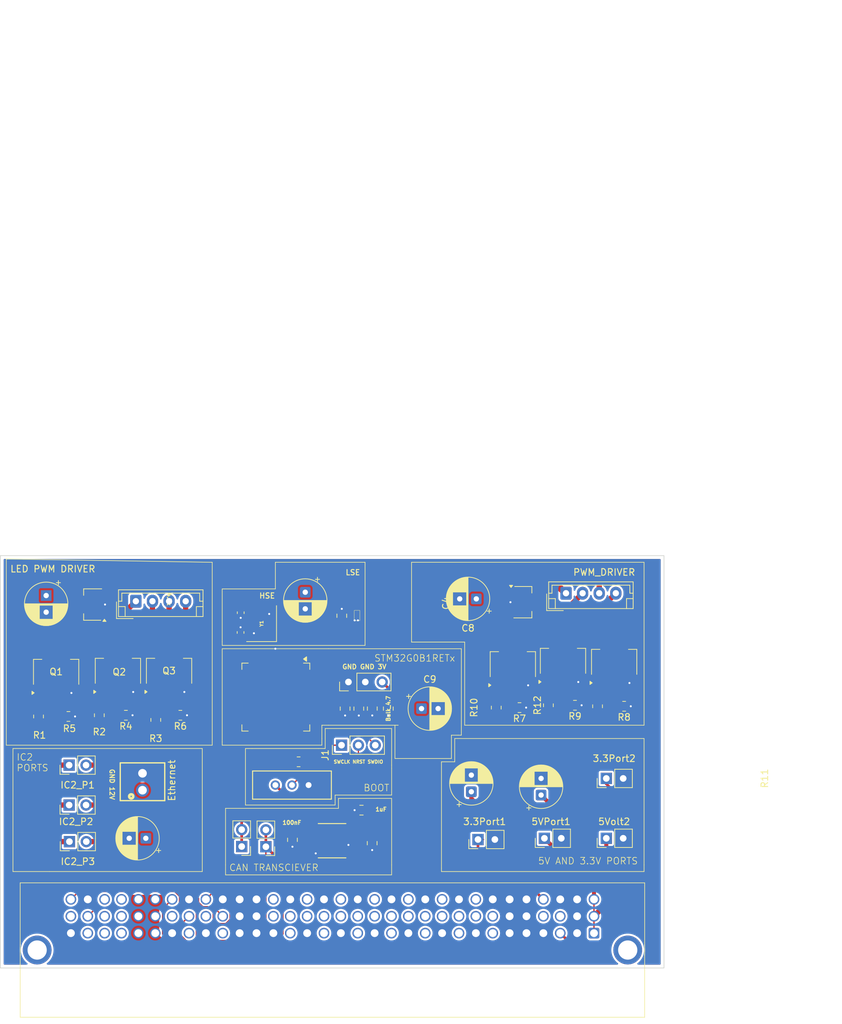
<source format=kicad_pcb>
(kicad_pcb (version 20241229) (generator "pcbnew") (generator_version "9.0")
  (layers (0 "F.Cu" signal) (2 "B.Cu" signal) (13 "F.Paste" user) (15 "B.Paste" user) (5 "F.SilkS" user "F.Silkscreen") (7 "B.SilkS" user "B.Silkscreen") (1 "F.Mask" user) (3 "B.Mask" user) (25 "Edge.Cuts" user))
  (net 0 "")
  (net 1 "GND")
  (net 3 "RCC_OSC_IN")
  (net 4 "RCC_OSC_OUT")
  (net 5 "RCC_OSC32_IN")
  (net 6 "RCC_OSC32_OUT")
  (net 16 "SCL_IN")
  (net 21 "USART1-")
  (net 31 "USART1+")
  (net 37 "SDA_IN")
  (net 40 "VBAT")
  (net 41 "3.3v")
  (net 42 "5V")
  (net 43 "/NRST")
  (net 44 "/SWDIO")
  (net 45 "/SWCLK")
  (net 47 "IC2_JETSON-")
  (net 57 "IC2_JETSON+")
  (net 60 "FDCAN_RX")
  (net 63 "PWM_1_Audio")
  (net 69 "PWM_2_Audio")
  (net 86 "FDCAN_TX")
  (net 87 "PWM_3_Audio")
  (net 93 "Net-(LED_Connection1-Pin_1)")
  (net 96 "CAN+")
  (net 97 "CAN-")
  (net 104 "Net-(J8-Pin_2)")
  (net 106 "Net-(LED_Connection1-Pin_2)")
  (net 107 "Net-(LED_Connection1-Pin_3)")
  (net 108 "Net-(LED_Connection1-Pin_4)")
  (net 109 "Net-(Q1-G)")
  (net 110 "Net-(Q2-G)")
  (net 111 "Net-(Q3-G)")
  (net 112 "PWM_B_OUT")
  (net 113 "PWM_R_OUT")
  (net 114 "PWM_G_OUT")
  (net 116 "Net-(LED_Connection2-Pin_2)")
  (net 117 "Net-(LED_Connection2-Pin_1)")
  (net 118 "Net-(LED_Connection2-Pin_4)")
  (net 119 "Net-(LED_Connection2-Pin_3)")
  (net 120 "Net-(Q4-G)")
  (net 121 "Net-(Q5-G)")
  (net 122 "Net-(Q6-G)")
  (net 123 "12V")
  (footprint "Connector_PinHeader_2.54mm:PinHeader_1x02_P2.54mm_Vertical" (layer "F.Cu") (at 241.317621 91.5 90)
    (property "Reference" "5Volt2")
    (property "Value" "Conn_01x02" (hide yes))
  )
  (footprint "Connector_JST:JST_EH_B4B-EH-A_1x04_P2.50mm_Vertical" (layer "F.Cu") (at 170.5 55.85)
    (property "Reference" "LED_Connection1" (hide yes))
    (property "Value" "Conn_01x04" (hide yes))
  )
  (footprint "Connector_PinHeader_2.54mm:PinHeader_1x02_P2.54mm_Vertical" (layer "F.Cu") (at 186.4324 92.74 180)
    (property "Reference" "J5" (hide yes))
    (property "Value" "Conn_01x02" (hide yes))
  )
  (footprint "Capacitor_THT:CP_Radial_D6.3mm_P2.50mm" (layer "F.Cu") (at 221.75 55.5 180)
    (property "Reference" "C8")
    (property "Value" "100nf")
  )
  (footprint "Capacitor_SMD:C_0603_1608Metric" (layer "F.Cu") (at 186.2624 60.55 90)
    (property "Reference" "C2" (hide yes))
    (property "Value" "10pF")
  )
  (footprint "Connector_PinHeader_2.54mm:PinHeader_1x02_P2.54mm_Vertical" (layer "F.Cu") (at 222 91.68238 90)
    (property "Reference" "3.3Port1")
    (property "Value" "Conn_01x02" (hide yes))
  )
  (footprint "Capacitor_SMD:C_0805_2012Metric_Pad1.18x1.45mm_HandSolder" (layer "F.Cu") (at 201.5 58.0375 -90)
    (property "Reference" "C6" (hide yes))
    (property "Value" "100nF" (hide yes))
  )
  (footprint "custom_components:SOIC8_4P9X3P9MC_MCH" (layer "F.Cu") (at 200.0362 91.865 180)
    (property "Reference" "U6" (hide yes))
    (property "Value" "ATA6561-GAQW-N")
  )
  (footprint "Package_TO_SOT_SMD:SOT-223-3_TabPin2" (layer "F.Cu") (at 242.5 65 90)
    (property "Reference" "Q5" (hide yes))
    (property "Value" "NDT3055L" (hide yes))
  )
  (footprint "Package_TO_SOT_SMD:SOT-223-3_TabPin2" (layer "F.Cu") (at 158.5 66.5 90)
    (property "Reference" "Q1")
    (property "Value" "NDT3055L" (hide yes))
  )
  (footprint "Capacitor_SMD:C_0805_2012Metric_Pad1.18x1.45mm_HandSolder" (layer "F.Cu") (at 206.089589 71.995 -90)
    (property "Reference" "C5" (hide yes))
    (property "Value" "100nF" (hide yes))
  )
  (footprint "Resistor_SMD:R_0805_2012Metric_Pad1.20x1.40mm_HandSolder" (layer "F.Cu") (at 155.85 73.182379 90)
    (property "Reference" "R1")
    (property "Value" "220" (hide yes))
  )
  (footprint "Capacitor_SMD:C_0805_2012Metric_Pad1.18x1.45mm_HandSolder" (layer "F.Cu") (at 204.059589 72.005 -90)
    (property "Reference" "C7" (hide yes))
    (property "Value" "100nF" (hide yes))
  )
  (footprint "Connector_PinHeader_2.54mm:PinHeader_1x02_P2.54mm_Vertical" (layer "F.Cu") (at 160.46 80.5 90)
    (property "Reference" "IC2_P1")
    (property "Value" "Conn_01x02" (hide yes))
  )
  (footprint "Connector_PinHeader_2.54mm:PinHeader_1x02_P2.54mm_Vertical" (layer "F.Cu") (at 232 91.5 90)
    (property "Reference" "5VPort1")
    (property "Value" "Conn_01x02" (hide yes))
  )
  (footprint "Connector_PinHeader_2.54mm:PinHeader_1x02_P2.54mm_Vertical" (layer "F.Cu") (at 160.5 92 90)
    (property "Reference" "IC2_P3")
    (property "Value" "Conn_01x02" (hide yes))
  )
  (footprint "Capacitor_THT:CP_Radial_D6.3mm_P2.50mm" (layer "F.Cu") (at 221 84.5 90)
    (property "Reference" "C12" (hide yes))
    (property "Value" "1 µF")
  )
  (footprint "Resistor_SMD:R_0805_2012Metric_Pad1.20x1.40mm_HandSolder" (layer "F.Cu") (at 228.25 71.85 180)
    (property "Reference" "R7")
    (property "Value" "10k")
  )
  (footprint "Resistor_SMD:R_0805_2012Metric_Pad1.20x1.40mm_HandSolder" (layer "F.Cu") (at 173.5 73.7 90)
    (property "Reference" "R3")
    (property "Value" "220" (hide yes))
  )
  (footprint "Connector_PinHeader_2.54mm:PinHeader_1x02_P2.54mm_Vertical" (layer "F.Cu") (at 160.46 86.5 90)
    (property "Reference" "IC2_P2")
    (property "Value" "Conn_01x02" (hide yes))
  )
  (footprint "Package_TO_SOT_SMD:SOT-223-3_TabPin2" (layer "F.Cu") (at 167.8 66.35 90)
    (property "Reference" "Q2")
    (property "Value" "NDT3055L" (hide yes))
  )
  (footprint "custom_components:slide_switch_EGER1218_Thruster" (layer "F.Cu") (at 191.5 83.5 90)
    (property "Reference" "J8" (hide yes))
    (property "Value" "Conn_01x03" (hide yes))
  )
  (footprint "Capacitor_SMD:C_0805_2012Metric_Pad1.18x1.45mm_HandSolder" (layer "F.Cu") (at 206.0724 92.2325 -90)
    (property "Reference" "Bulk_22" (hide yes))
    (property "Value" "22uF" (hide yes))
  )
  (footprint "Resistor_SMD:R_0805_2012Metric_Pad1.20x1.40mm_HandSolder" (layer "F.Cu") (at 195 80)
    (property "Reference" "BOOT_R1" (hide yes))
    (property "Value" "10k")
  )
  (footprint "Capacitor_THT:CP_Radial_D6.3mm_P2.50mm" (layer "F.Cu") (at 172 91.5 180)
    (property "Reference" "C10" (hide yes))
    (property "Value" "100 µF")
  )
  (footprint "Package_QFP:LQFP-64_10x10mm_P0.5mm" (layer "F.Cu") (at 191.5724 70.27 -90)
    (property "Reference" "U5" (hide yes))
    (property "Value" "STM32G0B1RETx" (hide yes))
  )
  (footprint "Resistor_SMD:R_0805_2012Metric_Pad1.20x1.40mm_HandSolder" (layer "F.Cu") (at 244 71.65 180)
    (property "Reference" "R8")
    (property "Value" "10k")
  )
  (footprint "Connector_PinHeader_2.54mm:PinHeader_1x02_P2.54mm_Vertical" (layer "F.Cu") (at 241.317621 82.5 90)
    (property "Reference" "3.3Port2")
    (property "Value" "Conn_01x02" (hide yes))
  )
  (footprint "Custom:6509475" (layer "F.Cu") (at 239.462617 105.762442)
    (property "Reference" "J2" (hide yes))
    (property "Value" "Conn_01x02" (hide yes))
  )
  (footprint "Package_TO_SOT_SMD:SOT-89-3" (layer "F.Cu") (at 164 56.35 180)
    (property "Reference" "LED_DRIVER1" (hide yes))
    (property "Value" "HV9923N8-G" (hide yes))
  )
  (footprint "Resistor_SMD:R_0805_2012Metric_Pad1.20x1.40mm_HandSolder" (layer "F.Cu") (at 160.35 73.182379 180)
    (property "Reference" "R5")
    (property "Value" "10k" (hide yes))
  )
  (footprint "Connector_PinHeader_2.54mm:PinHeader_1x03_P2.54mm_Vertical" (layer "F.Cu") (at 201.46 77.5 90)
    (property "Reference" "J1")
    (property "Value" "Conn_01x03_Pin" (hide yes))
  )
  (footprint "Connector_JST:JST_EH_B4B-EH-A_1x04_P2.50mm_Vertical" (layer "F.Cu") (at 235.25 54.65)
    (property "Reference" "LED_Connection2" (hide yes))
    (property "Value" "Conn_01x04" (hide yes))
  )
  (footprint "Crystal:Crystal_SMD_3225-4Pin_3.2x2.5mm_HandSoldering" (layer "F.Cu") (at 189.4224 59.22 90)
    (property "Reference" "Y1")
    (property "Value" "16Mhz")
  )
  (footprint "Capacitor_THT:CP_Radial_D6.3mm_P2.50mm" (layer "F.Cu") (at 157 55 -90)
    (property "Reference" "C1" (hide yes))
    (property "Value" "100nf")
  )
  (footprint "custom_components:SiT1552" (layer "F.Cu") (at 203.795 58 180)
    (property "Reference" "U1" (hide yes))
    (property "Value" "~")
  )
  (footprint "Resistor_SMD:R_0805_2012Metric_Pad1.20x1.40mm_HandSolder" (layer "F.Cu") (at 236.6 71.5 180)
    (property "Reference" "R9")
    (property "Value" "10k")
  )
  (footprint "Capacitor_SMD:C_0805_2012Metric_Pad1.18x1.45mm_HandSolder" (layer "F.Cu") (at 204.4625 87.27 180)
    (property "Reference" "T_Cd1" (hide yes))
    (property "Value" "100nF" (hide yes))
  )
  (footprint "Resistor_SMD:R_0805_2012Metric_Pad1.20x1.40mm_HandSolder" (layer "F.Cu") (at 169 73 180)
    (property "Reference" "R4")
    (property "Value" "10k")
  )
  (footprint "custom_components:screw_junc_254_2by1" (layer "F.Cu") (at 171.5 83 90)
    (property "Reference" "J7" (hide yes))
    (property "Value" "Screw_Terminal_01x02" (hide yes))
  )
  (footprint "Capacitor_SMD:C_0805_2012Metric_Pad1.18x1.45mm_HandSolder" (layer "F.Cu") (at 208.5 72 -90)
    (property "Reference" "Bulk_4.7")
    (property "Value" "4.7uF" (hide yes))
  )
  (footprint "Package_TO_SOT_SMD:SOT-223-3_TabPin2" (layer "F.Cu") (at 234.8 64.85 90)
    (property "Reference" "Q6" (hide yes))
    (property "Value" "NDT3055L" (hide yes))
  )
  (footprint "Package_TO_SOT_SMD:SOT-223-3_TabPin2" (layer "F.Cu") (at 227.25 65.35 90)
    (property "Reference" "Q4" (hide yes))
    (property "Value" "NDT3055L" (hide yes))
  )
  (footprint "Resistor_SMD:R_0805_2012Metric_Pad1.20x1.40mm_HandSolder" (layer "F.Cu") (at 232.6 71.5 90)
    (property "Reference" "R12")
    (property "Value" "220")
  )
  (footprint "Resistor_SMD:R_0805_2012Metric_Pad1.20x1.40mm_HandSolder" (layer "F.Cu") (at 224.75 71.85 90)
    (property "Reference" "R10")
    (property "Value" "220")
  )
  (footprint "Capacitor_SMD:C_0805_2012Metric_Pad1.18x1.45mm_HandSolder" (layer "F.Cu") (at 194.0724 91.7325 -90)
    (property "Reference" "T_Cd2" (hide yes))
    (property "Value" "100nF" (hide yes))
  )
  (footprint "Connector_PinHeader_2.54mm:PinHeader_1x02_P2.54mm_Vertical" (layer "F.Cu") (at 190.0724 92.77 180)
    (property "Reference" "J4" (hide yes))
    (property "Value" "Conn_01x02" (hide yes))
  )
  (footprint "Capacitor_THT:CP_Radial_D6.3mm_P2.50mm" (layer "F.Cu") (at 231.5 85 90)
    (property "Reference" "C11" (hide yes))
    (property "Value" "1 µF")
  )
  (footprint "Connector_PinHeader_2.54mm:PinHeader_1x03_P2.54mm_Vertical" (layer "F.Cu") (at 202.5 68 90)
    (property "Reference" "J9" (hide yes))
    (property "Value" "Conn_01x03_Pin" (hide yes))
  )
  (footprint "Resistor_SMD:R_0805_2012Metric_Pad1.20x1.40mm_HandSolder" (layer "F.Cu") (at 177.2 73 180)
    (property "Reference" "R6")
    (property "Value" "10k")
  )
  (footprint "Package_TO_SOT_SMD:SOT-223-3_TabPin2" (layer "F.Cu") (at 175.5 66.35 90)
    (property "Reference" "Q3")
    (property "Value" "NDT3055L" (hide yes))
  )
  (footprint "Package_TO_SOT_SMD:SOT-89-3" (layer "F.Cu") (at 228.75 56)
    (property "Reference" "PWM_DRIVER")
    (property "Value" "HV9923N8-G" (hide yes))
  )
  (footprint "Resistor_SMD:R_0805_2012Metric_Pad1.20x1.40mm_HandSolder" (layer "F.Cu") (at 165 73 90)
    (property "Reference" "R2")
    (property "Value" "220" (hide yes))
  )
  (footprint "Capacitor_SMD:C_0805_2012Metric_Pad1.18x1.45mm_HandSolder" (layer "F.Cu") (at 202 72 90)
    (property "Reference" "Bulk_1" (hide yes))
    (property "Value" "1uF" (hide yes))
  )
  (footprint "Capacitor_THT:CP_Radial_D6.3mm_P2.50mm" (layer "F.Cu") (at 196 54.5 -90)
    (property "Reference" "C4")
    (property "Value" "100 µF")
  )
  (footprint "Capacitor_THT:CP_Radial_D6.3mm_P2.50mm" (layer "F.Cu") (at 213.5 72)
    (property "Reference" "C9")
    (property "Value" "100 µF")
  )
  (footprint "Resistor_SMD:R_0805_2012Metric_Pad1.20x1.40mm_HandSolder" (layer "F.Cu") (at 240 71.65 90)
    (property "Reference" "R11")
    (property "Value" "220")
  )
  (footprint "Capacitor_SMD:C_0603_1608Metric" (layer "F.Cu") (at 186.2824 57.58 -90)
    (property "Reference" "C3" (hide yes))
    (property "Value" "10pF")
  )
  (gr_line (start 209 85.5) (end 201 85.5) (stroke (width 0.1)) (layer "F.SilkS"))
  (gr_line (start 183.5 61.92) (end 183.5 54) (stroke (width 0.1)) (layer "F.SilkS"))
  (gr_line (start 199 75) (end 199 78) (stroke (width 0.1)) (layer "F.SilkS"))
  (gr_line (start 183.5 54) (end 191.5 54) (stroke (width 0.1)) (layer "F.SilkS"))
  (gr_line (start 184 97) (end 209 97) (stroke (width 0.1)) (layer "F.SilkS"))
  (gr_line (start 209 75) (end 209 80.5) (stroke (width 0.1)) (layer "F.SilkS"))
  (gr_line (start 247 96.5) (end 216.5 96.5) (stroke (width 0.1)) (layer "F.SilkS"))
  (gr_line (start 199 78) (end 198 78) (stroke (width 0.1)) (layer "F.SilkS"))
  (gr_line (start 198.5 76.5) (end 198.5 74.5) (stroke (width 0.1)) (layer "F.SilkS"))
  (gr_line (start 219 76) (end 219.5 76) (stroke (width 0.1)) (layer "F.SilkS"))
  (gr_line (start 198.5 74.5) (end 199.5 74.5) (stroke (width 0.1)) (layer "F.SilkS"))
  (gr_line (start 247 50) (end 247 74.5) (stroke (width 0.1)) (layer "F.SilkS"))
  (gr_line (start 182 50) (end 182 77.5) (stroke (width 0.1)) (layer "F.SilkS"))
  (gr_line (start 187 86.5) (end 200.5 86.5) (stroke (width 0.1)) (layer "F.SilkS"))
  (gr_line (start 198 78) (end 188 78) (stroke (width 0.1)) (layer "F.SilkS"))
  (gr_line (start 184 97) (end 184 95.5) (stroke (width 0.1)) (layer "F.SilkS"))
  (gr_line (start 199.5 74.5) (end 210 74.5) (stroke (width 0.1)) (layer "F.SilkS"))
  (gr_line (start 183.5 62.5) (end 205 62.5) (stroke (width 0.1)) (layer "F.SilkS"))
  (gr_line (start 183.5 61.92) (end 183.5 62.5) (stroke (width 0.1)) (layer "F.SilkS"))
  (gr_line (start 247 76.5) (end 218.5 76.5) (stroke (width 0.1)) (layer "F.SilkS"))
  (gr_line (start 209 97) (end 209 95.5) (stroke (width 0.1)) (layer "F.SilkS"))
  (gr_line (start 219.5 63) (end 199.5 63) (stroke (width 0.1)) (layer "F.SilkS"))
  (gr_line (start 209.5 79.5) (end 218 79.5) (stroke (width 0.1)) (layer "F.SilkS"))
  (gr_line (start 218.5 80) (end 216.5 80) (stroke (width 0.1)) (layer "F.SilkS"))
  (gr_line (start 183.5 63) (end 183.5 77) (stroke (width 0.1)) (layer "F.SilkS"))
  (gr_line (start 209 75) (end 199 75) (stroke (width 0.1)) (layer "F.SilkS"))
  (gr_line (start 157.5 78) (end 180.5 78) (stroke (width 0.1)) (layer "F.SilkS"))
  (gr_line (start 219.5 76) (end 219.5 63) (stroke (width 0.1)) (layer "F.SilkS"))
  (gr_line (start 201 85.5) (end 201 87) (stroke (width 0.1)) (layer "F.SilkS"))
  (gr_line (start 209.5 74.5) (end 209.5 79.5) (stroke (width 0.1)) (layer "F.SilkS"))
  (gr_line (start 183.5 77) (end 183.5 77.5) (stroke (width 0.1)) (layer "F.SilkS"))
  (gr_line (start 199.5 63) (end 183.5 63) (stroke (width 0.1)) (layer "F.SilkS"))
  (gr_line (start 198.5 77.5) (end 198.5 76.5) (stroke (width 0.1)) (layer "F.SilkS"))
  (gr_line (start 191.5 54) (end 191.5 50) (stroke (width 0.1)) (layer "F.SilkS"))
  (gr_line (start 200.5 86.5) (end 200.5 85) (stroke (width 0.1)) (layer "F.SilkS"))
  (gr_line (start 152 96.5) (end 152 78) (stroke (width 0.1)) (layer "F.SilkS"))
  (gr_line (start 247 96.5) (end 247 95.5) (stroke (width 0.1)) (layer "F.SilkS"))
  (gr_line (start 218.5 76.5) (end 218.5 80) (stroke (width 0.1)) (layer "F.SilkS"))
  (gr_line (start 151 49.5) (end 182 50) (stroke (width 0.1)) (layer "F.SilkS"))
  (gr_line (start 209 85) (end 209 81) (stroke (width 0.1)) (layer "F.SilkS"))
  (gr_line (start 183.5 77.5) (end 198.5 77.5) (stroke (width 0.1)) (layer "F.SilkS"))
  (gr_line (start 209 95.5) (end 209 85.5) (stroke (width 0.1)) (layer "F.SilkS"))
  (gr_line (start 151 77.5) (end 151 49.5) (stroke (width 0.1)) (layer "F.SilkS"))
  (gr_line (start 191.5 50) (end 205 50) (stroke (width 0.1)) (layer "F.SilkS"))
  (gr_line (start 152 96.5) (end 157.5 96.5) (stroke (width 0.1)) (layer "F.SilkS"))
  (gr_line (start 205 62.5) (end 205 50) (stroke (width 0.1)) (layer "F.SilkS"))
  (gr_line (start 216.5 80) (end 216.5 96) (stroke (width 0.1)) (layer "F.SilkS"))
  (gr_line (start 212 62) (end 212 50) (stroke (width 0.1)) (layer "F.SilkS"))
  (gr_line (start 187 78) (end 187 86.5) (stroke (width 0.1)) (layer "F.SilkS"))
  (gr_line (start 218 76) (end 219 76) (stroke (width 0.1)) (layer "F.SilkS"))
  (gr_line (start 184 87) (end 184 95.5) (stroke (width 0.1)) (layer "F.SilkS"))
  (gr_line (start 209 80.5) (end 209 81) (stroke (width 0.1)) (layer "F.SilkS"))
  (gr_line (start 218 79.5) (end 218 76) (stroke (width 0.1)) (layer "F.SilkS"))
  (gr_line (start 201 87) (end 184 87) (stroke (width 0.1)) (layer "F.SilkS"))
  (gr_line (start 220 74.5) (end 220 62) (stroke (width 0.1)) (layer "F.SilkS"))
  (gr_line (start 247 95.5) (end 247 76.5) (stroke (width 0.1)) (layer "F.SilkS"))
  (gr_line (start 182 77.5) (end 151 77.5) (stroke (width 0.1)) (layer "F.SilkS"))
  (gr_line (start 216.5 96.5) (end 216.5 96) (stroke (width 0.1)) (layer "F.SilkS"))
  (gr_line (start 200.5 85) (end 209 85) (stroke (width 0.1)) (layer "F.SilkS"))
  (gr_line (start 180.5 96.5) (end 157.5 96.5) (stroke (width 0.1)) (layer "F.SilkS"))
  (gr_line (start 180.5 78) (end 180.5 96.5) (stroke (width 0.1)) (layer "F.SilkS"))
  (gr_line (start 220 62) (end 212 62) (stroke (width 0.1)) (layer "F.SilkS"))
  (gr_line (start 247 74.5) (end 220 74.5) (stroke (width 0.1)) (layer "F.SilkS"))
  (gr_line (start 188 78) (end 187 78) (stroke (width 0.1)) (layer "F.SilkS"))
  (gr_line (start 152 78) (end 157.5 78) (stroke (width 0.1)) (layer "F.SilkS"))
  (gr_line (start 247 50) (end 212 50) (stroke (width 0.1)) (layer "F.SilkS"))
  (gr_rect (start 150.1 49) (end 250 111) (stroke (width 0.1)) (fill no) (layer "Edge.Cuts"))
  (gr_text "4.7k" (at 175.15 54.5 270) (layer "F.SilkS") (effects (font (size 0.6 0.6)) (justify left bottom)))
  (gr_text "BOOT" (at 204.723752 84.5 0) (layer "F.SilkS") (effects (font (size 1 1) (thickness 0.1)) (justify left bottom)))
  (gr_text "LED PWM DRIVER" (at 158 51 0) (layer "F.SilkS") (effects (font (size 1 1))))
  (gr_text "100nF" (at 192.5 89.5 0) (layer "F.SilkS") (effects (font (size 0.6 0.6)) (justify left bottom)))
  (gr_text "GND GND 3V" (at 201.5 66.12 0) (layer "F.SilkS") (effects (font (size 0.7 0.7)) (justify left bottom)))
  (gr_text "GND 12V" (at 166.5 81 270) (layer "F.SilkS") (effects (font (size 0.7 0.7)) (justify left bottom)))
  (gr_text "5V AND 3.3V PORTS" (at 231 95.5 0) (layer "F.SilkS") (effects (font (size 1 1) (thickness 0.1)) (justify left bottom)))
  (gr_text "IC2\nPORTS" (at 152.5 81.5 0) (layer "F.SilkS") (effects (font (size 1 1) (thickness 0.1)) (justify left bottom)))
  (gr_text "CAN TRANSCIEVER" (at 184.5 96.5 0) (layer "F.SilkS") (effects (font (size 1 1) (thickness 0.1)) (justify left bottom)))
  (gr_text "Ethernet" (at 176.5 86 90) (layer "F.SilkS") (effects (font (size 1 1)) (justify left bottom)))
  (gr_text "SWCLK NRST SWDIO" (at 204 80 0) (layer "F.SilkS") (effects (font (size 0.5 0.5) (thickness 0.125))))
  (gr_text "STM32G0B1RETx" (at 206.34 65 0) (layer "F.SilkS") (effects (font (size 1 1) (thickness 0.1)) (justify left bottom)))
  (gr_text "HSE" (at 189 55.5 0) (layer "F.SilkS") (effects (font (size 0.8 0.8)) (justify left bottom)))
  (gr_text "1uF" (at 206.5 87.5 0) (layer "F.SilkS") (effects (font (size 0.6 0.6)) (justify left bottom)))
  (gr_text "LSE" (at 202 52 0) (layer "F.SilkS") (effects (font (size 0.8 0.8)) (justify left bottom)))
  (segment (start 191.3224 63.1776) (end 191.5 63) (width 0.2) (layer "F.Cu") (net 1))
  (segment (start 191.3224 64.595) (end 191.3224 63.1776) (width 0.2) (layer "F.Cu") (net 1))
  (via (at 226.8875 56) (size 0.6) (drill 0.3) (layers "F.Cu" "B.Cu") (net 1))
  (via (at 170.1 69.5) (size 0.6) (drill 0.3) (layers "F.Cu" "B.Cu") (net 1))
  (via (at 206.0724 93.27) (size 0.6) (drill 0.3) (layers "F.Cu" "B.Cu") (net 1))
  (via (at 229.25 71.85) (size 0.6) (drill 0.3) (layers "F.Cu" "B.Cu") (net 1))
  (via (at 203.425 87.27) (size 0.6) (drill 0.3) (layers "F.Cu" "B.Cu") (net 1))
  (via (at 194.0724 92.77) (size 0.6) (drill 0.3) (layers "F.Cu" "B.Cu") (net 1))
  (via (at 177.8 69.5) (size 0.6) (drill 0.3) (layers "F.Cu" "B.Cu") (net 1))
  (via (at 206.089589 73.0325) (size 0.6) (drill 0.3) (layers "F.Cu" "B.Cu") (net 1))
  (via (at 170 73) (size 0.6) (drill 0.3) (layers "F.Cu" "B.Cu") (net 1))
  (via (at 203.9276 58.73) (size 0.6) (drill 0.3) (layers "F.Cu" "B.Cu") (net 1))
  (via (at 203.4276 58.73) (size 0.6) (drill 0.3) (layers "F.Cu" "B.Cu") (net 1))
  (via (at 237.1 68) (size 0.6) (drill 0.3) (layers "F.Cu" "B.Cu") (net 1))
  (via (at 191.5 63) (size 0.6) (drill 0.3) (layers "F.Cu" "B.Cu") (net 1))
  (via (at 160.8 69.65) (size 0.6) (drill 0.3) (layers "F.Cu" "B.Cu") (net 1))
  (via (at 197.5724 93.77) (size 0.6) (drill 0.3) (layers "F.Cu" "B.Cu") (net 1))
  (via (at 245 71.65) (size 0.6) (drill 0.3) (layers "F.Cu" "B.Cu") (net 1))
  (via (at 161.35 73.182379) (size 0.6) (drill 0.3) (layers "F.Cu" "B.Cu") (net 1))
  (via (at 188.2724 60.67) (size 0.6) (drill 0.3) (layers "F.Cu" "B.Cu") (net 1))
  (via (at 202 73.0375) (size 0.6) (drill 0.3) (layers "F.Cu" "B.Cu") (net 1))
  (via (at 244.8 68.15) (size 0.6) (drill 0.3) (layers "F.Cu" "B.Cu") (net 1))
  (via (at 229.55 68.5) (size 0.6) (drill 0.3) (layers "F.Cu" "B.Cu") (net 1))
  (via (at 237.6 71.5) (size 0.6) (drill 0.3) (layers "F.Cu" "B.Cu") (net 1))
  (via (at 186.2824 58.355) (size 0.6) (drill 0.3) (layers "F.Cu" "B.Cu") (net 1))
  (via (at 208.5 73.0375) (size 0.6) (drill 0.3) (layers "F.Cu" "B.Cu") (net 1))
  (via (at 178.2 73) (size 0.6) (drill 0.3) (layers "F.Cu" "B.Cu") (net 1))
  (via (at 201.5 57) (size 0.6) (drill 0.3) (layers "F.Cu" "B.Cu") (net 1))
  (via (at 165.8625 56.35) (size 0.6) (drill 0.3) (layers "F.Cu" "B.Cu") (net 1))
  (via (at 202.5 92.5) (size 0.6) (drill 0.3) (layers "F.Cu" "B.Cu") (net 1))
  (via (at 186.2624 59.775) (size 0.6) (drill 0.3) (layers "F.Cu" "B.Cu") (net 1))
  (via (at 204.059589 73.0425) (size 0.6) (drill 0.3) (layers "F.Cu" "B.Cu") (net 1))
  (via (at 190.5724 57.77) (size 0.6) (drill 0.3) (layers "F.Cu" "B.Cu") (net 1))
  (segment (start 190.8224 63) (end 187.9374 63) (width 0.2) (layer "F.Cu") (net 3))
  (segment (start 187.9374 63) (end 186.2624 61.325) (width 0.2) (layer "F.Cu") (net 3))
  (segment (start 190.8224 63) (end 190.8224 64.595) (width 0.2) (layer "F.Cu") (net 3))
  (segment (start 190.5724 60.67) (end 190.8224 60.92) (width 0.2) (layer "F.Cu") (net 3))
  (segment (start 190.8224 60.92) (end 190.8224 63) (width 0.2) (layer "F.Cu") (net 3))
  (segment (start 188.2724 57.77) (end 187.3074 56.805) (width 0.2) (layer "F.Cu") (net 4))
  (segment (start 187.3074 56.805) (end 186.2824 56.805) (width 0.2) (layer "F.Cu") (net 4))
  (segment (start 202.8266 60.6734) (end 202.8266 58.2149) (width 0.2) (layer "F.Cu") (net 5))
  (segment (start 196.5 61) (end 202.5 61) (width 0.2) (layer "F.Cu") (net 5))
  (segment (start 193.8224 63.6776) (end 196.5 61) (width 0.2) (layer "F.Cu") (net 5))
  (segment (start 202.8266 58.2149) (end 203.5415 57.5) (width 0.2) (layer "F.Cu") (net 5))
  (segment (start 193.8224 64.595) (end 193.8224 63.6776) (width 0.2) (layer "F.Cu") (net 5))
  (segment (start 202.5 61) (end 202.8266 60.6734) (width 0.2) (layer "F.Cu") (net 5))
  (segment (start 180.585532 101.785942) (end 179.939117 101.139527) (width 0.2) (layer "F.Cu") (net 16))
  (segment (start 181.285942 101.785942) (end 180.585532 101.785942) (width 0.2) (layer "F.Cu") (net 16))
  (segment (start 182.972059 104.325942) (end 182.146117 103.5) (width 0.2) (layer "F.Cu") (net 16))
  (segment (start 184.686117 100.225357) (end 184.686117 103.679527) (width 0.2) (layer "F.Cu") (net 16))
  (segment (start 182.146117 102.646117) (end 181.285942 101.785942) (width 0.2) (layer "F.Cu") (net 16))
  (segment (start 185.8974 73.02) (end 184.990576 73.02) (width 0.2) (layer "F.Cu") (net 16))
  (segment (start 184 99.53924) (end 184.686117 100.225357) (width 0.2) (layer "F.Cu") (net 16))
  (segment (start 184.990576 73.02) (end 184.099 73.911576) (width 0.2) (layer "F.Cu") (net 16))
  (segment (start 162.306059 99.099) (end 160.722617 100.682442) (width 0.2) (layer "F.Cu") (net 16))
  (segment (start 182.146117 103.5) (end 182.146117 102.646117) (width 0.2) (layer "F.Cu") (net 16))
  (segment (start 184.099 73.911576) (end 184.099 96.901) (width 0.2) (layer "F.Cu") (net 16))
  (segment (start 184.039702 104.325942) (end 182.972059 104.325942) (width 0.2) (layer "F.Cu") (net 16))
  (segment (start 184.686117 103.679527) (end 184.039702 104.325942) (width 0.2) (layer "F.Cu") (net 16))
  (segment (start 184 97) (end 184 99.53924) (width 0.2) (layer "F.Cu") (net 16))
  (segment (start 179.939117 100.558357) (end 178.47976 99.099) (width 0.2) (layer "F.Cu") (net 16))
  (segment (start 178.47976 99.099) (end 162.306059 99.099) (width 0.2) (layer "F.Cu") (net 16))
  (segment (start 179.939117 101.139527) (end 179.939117 100.558357) (width 0.2) (layer "F.Cu") (net 16))
  (segment (start 184.099 96.901) (end 184 97) (width 0.2) (layer "F.Cu") (net 16))
  (segment (start 183.5 69.0671) (end 183.5 99.204474) (width 0.2) (layer "F.Cu") (net 21))
  (segment (start 182.479117 100.225357) (end 182.479117 102.118942) (width 0.2) (layer "F.Cu") (net 21))
  (segment (start 182.479117 102.118942) (end 183.582617 103.222442) (width 0.2) (layer "F.Cu") (net 21))
  (segment (start 183.5 99.204474) (end 182.479117 100.225357) (width 0.2) (layer "F.Cu") (net 21))
  (segment (start 185.8974 68.02) (end 184.5471 68.02) (width 0.2) (layer "F.Cu") (net 21))
  (segment (start 184.5471 68.02) (end 183.5 69.0671) (width 0.2) (layer "F.Cu") (net 21))
  (segment (start 183.48 67.52) (end 183 68) (width 0.2) (layer "F.Cu") (net 31))
  (segment (start 185.8974 67.52) (end 183.48 67.52) (width 0.2) (layer "F.Cu") (net 31))
  (segment (start 183 68) (end 183 98.725059) (width 0.2) (layer "F.Cu") (net 31))
  (segment (start 180.5 100.139825) (end 181.042617 100.682442) (width 0.2) (layer "F.Cu") (net 31))
  (segment (start 183 98.725059) (end 181.042617 100.682442) (width 0.2) (layer "F.Cu") (net 31))
  (segment (start 186.579702 106.865942) (end 180.365942 106.865942) (width 0.2) (layer "F.Cu") (net 37))
  (segment (start 176.34076 99.5) (end 165 99.5) (width 0.2) (layer "F.Cu") (net 37))
  (segment (start 165 99.5) (end 164.5 100) (width 0.2) (layer "F.Cu") (net 37))
  (segment (start 178.959702 101.785942) (end 177.712532 101.785942) (width 0.2) (layer "F.Cu") (net 37))
  (segment (start 184.5 97.49924) (end 187.226117 100.225357) (width 0.2) (layer "F.Cu") (net 37))
  (segment (start 180.365942 106.865942) (end 179.606117 106.106117) (width 0.2) (layer "F.Cu") (net 37))
  (segment (start 185.8974 73.52) (end 185.088576 73.52) (width 0.2) (layer "F.Cu") (net 37))
  (segment (start 185.088576 73.52) (end 184.5 74.108576) (width 0.2) (layer "F.Cu") (net 37))
  (segment (start 184.5 74.108576) (end 184.5 97.49924) (width 0.2) (layer "F.Cu") (net 37))
  (segment (start 164.5 101.985059) (end 163.262617 103.222442) (width 0.2) (layer "F.Cu") (net 37))
  (segment (start 179.606117 102.432357) (end 178.959702 101.785942) (width 0.2) (layer "F.Cu") (net 37))
  (segment (start 187.226117 106.219527) (end 186.579702 106.865942) (width 0.2) (layer "F.Cu") (net 37))
  (segment (start 177.066117 101.139527) (end 177.066117 100.225357) (width 0.2) (layer "F.Cu") (net 37))
  (segment (start 179.606117 106.106117) (end 179.606117 102.432357) (width 0.2) (layer "F.Cu") (net 37))
  (segment (start 177.066117 100.225357) (end 176.34076 99.5) (width 0.2) (layer "F.Cu") (net 37))
  (segment (start 177.712532 101.785942) (end 177.066117 101.139527) (width 0.2) (layer "F.Cu") (net 37))
  (segment (start 164.5 100) (end 164.5 101.985059) (width 0.2) (layer "F.Cu") (net 37))
  (segment (start 187.226117 100.225357) (end 187.226117 106.219527) (width 0.2) (layer "F.Cu") (net 37))
  (segment (start 192.8224 61.786176) (end 192.8224 64.595) (width 0.2) (layer "F.Cu") (net 40))
  (segment (start 200.549 60.026) (end 194.582576 60.026) (width 0.2) (layer "F.Cu") (net 40))
  (segment (start 201.5 59.075) (end 200.549 60.026) (width 0.2) (layer "F.Cu") (net 40))
  (segment (start 194.582576 60.026) (end 192.8224 61.786176) (width 0.2) (layer "F.Cu") (net 40))
  (segment (start 200.5 55.5) (end 203 55.5) (width 0.4) (layer "F.Cu") (net 41))
  (segment (start 215 78) (end 212 75) (width 0.4) (layer "F.Cu") (net 41))
  (segment (start 200 56) (end 200.5 55.5) (width 0.4) (layer "F.Cu") (net 41))
  (segment (start 195 85) (end 208 85) (width 0.4) (layer "F.Cu") (net 41))
  (segment (start 241.317621 83.317621) (end 244.5 86.5) (width 0.4) (layer "F.Cu") (net 41))
  (segment (start 191.8224 69.903824) (end 192.3224 70.403824) (width 0.4) (layer "F.Cu") (net 41))
  (segment (start 194.541476 59.5) (end 198.5 59.5) (width 0.4) (layer "F.Cu") (net 41))
  (segment (start 226.660175 95.5) (end 224.5 95.5) (width 0.4) (layer "F.Cu") (net 41))
  (segment (start 224.5 95.5) (end 222 93) (width 0.4) (layer "F.Cu") (net 41))
  (segment (start 204 57.261583) (end 204.0485 57.310083) (width 0.2) (layer "F.Cu") (net 41))
  (segment (start 211.5 75) (end 196.918576 75) (width 0.4) (layer "F.Cu") (net 41))
  (segment (start 194.0724 90.695) (end 194.8074 89.96) (width 0.4) (layer "F.Cu") (net 41))
  (segment (start 199.401 92.901) (end 199.401 90.901) (width 0.4) (layer "F.Cu") (net 41))
  (segment (start 192.3224 61.719076) (end 194.541476 59.5) (width 0.4) (layer "F.Cu") (net 41))
  (segment (start 209.5 76) (end 210.5 75) (width 0.4) (layer "F.Cu") (net 41))
  (segment (start 243.5 78) (end 215 78) (width 0.4) (layer "F.Cu") (net 41))
  (segment (start 191.5 83.5) (end 193 85) (width 0.4) (layer "F.Cu") (net 41))
  (segment (start 205.5425 70.9575) (end 205.5325 70.9675) (width 0.2) (layer "F.Cu") (net 41))
  (segment (start 210.01875 72.5) (end 210.01875 72.48125) (width 0.2) (layer "F.Cu") (net 41))
  (segment (start 210.01875 72.48125) (end 208.5 70.9625) (width 0.4) (layer "F.Cu") (net 41))
  (segment (start 198.46 89.96) (end 197.5724 89.96) (width 0.2) (layer "F.Cu") (net 41))
  (segment (start 227.080088 95.919912) (end 226.660175 95.5) (width 0.4) (layer "F.Cu") (net 41))
  (segment (start 246 102.5) (end 240.5 108) (width 0.4) (layer "F.Cu") (net 41))
  (segment (start 236.620175 108) (end 234.382617 105.762442) (width 0.4) (layer "F.Cu") (net 41))
  (segment (start 246 86.5) (end 246 102.5) (width 0.4) (layer "F.Cu") (net 41))
  (segment (start 204.054589 70.9625) (end 204.059589 70.9675) (width 0.2) (layer "F.Cu") (net 41))
  (segment (start 193 85) (end 195 85) (width 0.4) (layer "F.Cu") (net 41))
  (segment (start 204 56.5) (end 204 57.261583) (width 0.4) (layer "F.Cu") (net 41))
  (segment (start 200 58) (end 200 56) (width 0.4) (layer "F.Cu") (net 41))
  (segment (start 210 73) (end 210.01875 72.98125) (width 0.2) (layer "F.Cu") (net 41))
  (segment (start 240.5 108) (end 236.620175 108) (width 0.4) (layer "F.Cu") (net 41))
  (segment (start 241.317621 82.5) (end 241.317621 83.317621) (width 0.4) (layer "F.Cu") (net 41))
  (segment (start 198.5 59.5) (end 200 58) (width 0.4) (layer "F.Cu") (net 41))
  (segment (start 194.8074 89.96) (end 197.5724 89.96) (width 0.4) (layer "F.Cu") (net 41))
  (segment (start 196.918576 75) (end 192.3224 70.403824) (width 0.4) (layer "F.Cu") (net 41))
  (segment (start 212 75) (end 210 73) (width 0.4) (layer "F.Cu") (net 41))
  (segment (start 210.01875 72.98125) (end 210.01875 72.5) (width 0.4) (layer "F.Cu") (net 41))
  (segment (start 208.495 70.9575) (end 208.5 70.9625) (width 0.2) (layer "F.Cu") (net 41))
  (segment (start 206.089589 70.9575) (end 208.495 70.9575) (width 0.4) (layer "F.Cu") (net 41))
  (segment (start 203 55.5) (end 204 56.5) (width 0.4) (layer "F.Cu") (net 41))
  (segment (start 199.401 90.901) (end 198.46 89.96) (width 0.4) (layer "F.Cu") (net 41))
  (segment (start 191.8224 64.595) (end 191.8224 69.903824) (width 0.4) (layer "F.Cu") (net 41))
  (segment (start 246 86.5) (end 246 80.5) (width 0.4) (layer "F.Cu") (net 41))
  (segment (start 204.0485 57.310083) (end 204.0485 57.5) (width 0.4) (layer "F.Cu") (net 41))
  (segment (start 206.089589 70.9575) (end 205.5425 70.9575) (width 0.2) (layer "F.Cu") (net 41))
  (segment (start 222 93) (end 222 91.68238) (width 0.4) (layer "F.Cu") (net 41))
  (segment (start 202 70.9625) (end 204.054589 70.9625) (width 0.4) (layer "F.Cu") (net 41))
  (segment (start 222 91.68238) (end 222.842556 91.68238) (width 0.2) (layer "F.Cu") (net 41))
  (segment (start 246 80.5) (end 243.5 78) (width 0.4) (layer "F.Cu") (net 41))
  (segment (start 210.01875 70.43875) (end 207.58 68) (width 0.4) (layer "F.Cu") (net 41))
  (segment (start 231.842617 100.682442) (end 227.080088 95.919912) (width 0.4) (layer "F.Cu") (net 41))
  (segment (start 210.01875 72.5) (end 210.01875 70.43875) (width 0.4) (layer "F.Cu") (net 41))
  (segment (start 210.5 75) (end 211.5 75) (width 0.2) (layer "F.Cu") (net 41))
  (segment (start 224.5 95.5) (end 202 95.5) (width 0.4) (layer "F.Cu") (net 41))
  (segment (start 192.3224 70.403824) (end 192.3224 64.595) (width 0.4) (layer "F.Cu") (net 41))
  (segment (start 208 85) (end 209.5 83.5) (width 0.4) (layer "F.Cu") (net 41))
  (segment (start 209.5 83.5) (end 209.5 76) (width 0.4) (layer "F.Cu") (net 41))
  (segment (start 244.5 86.5) (end 246 86.5) (width 0.4) (layer "F.Cu") (net 41))
  (segment (start 205.5325 70.9675) (end 204.059589 70.9675) (width 0.4) (layer "F.Cu") (net 41))
  (segment (start 202 95.5) (end 199.401 92.901) (width 0.4) (layer "F.Cu") (net 41))
  (segment (start 212 75) (end 211.5 75) (width 0.4) (layer "F.Cu") (net 41))
  (segment (start 192.3224 61.719076) (end 192.3224 64.595) (width 0.4) (layer "F.Cu") (net 41))
  (segment (start 237.5 94) (end 237.5 90.182378) (width 0.6) (layer "F.Cu") (net 42))
  (segment (start 205.5 87.27) (end 208.23 87.27) (width 0.5) (layer "F.Cu") (net 42))
  (segment (start 202.5 91.23) (end 206.0374 91.23) (width 0.6) (layer "F.Cu") (net 42))
  (segment (start 231.5 85) (end 234 87.5) (width 0.6) (layer "F.Cu") (net 42))
  (segment (start 241.317621 96) (end 239.5 96) (width 0.6) (layer "F.Cu") (net 42))
  (segment (start 216 87.5) (end 223 87.5) (width 0.6) (layer "F.Cu") (net 42))
  (segment (start 241.317621 96) (end 241.317621 91.5) (width 0.6) (layer "F.Cu") (net 42))
  (segment (start 210 85.5) (end 208.25 87.25) (width 0.6) (layer "F.Cu") (net 42))
  (segment (start 223 87.5) (end 234 87.5) (width 0.6) (layer "F.Cu") (net 42))
  (segment (start 206.0724 89.4276) (end 206.0724 91.195) (width 0.6) (layer "F.Cu") (net 42))
  (segment (start 214 85.5) (end 216 87.5) (width 0.6) (layer "F.Cu") (net 42))
  (segment (start 241.317621 101.367438) (end 239.462617 103.222442) (width 0.8) (layer "F.Cu") (net 42))
  (segment (start 221 85.5) (end 223 87.5) (width 0.6) (layer "F.Cu") (net 42))
  (segment (start 206.0724 89.4276) (end 206.0724 89.3049) (width 0.2) (layer "F.Cu") (net 42))
  (segment (start 206.0374 91.23) (end 206.0724 91.195) (width 0.2) (layer "F.Cu") (net 42))
  (segment (start 237.5 90.182378) (end 236.5 89.182378) (width 0.6) (layer "F.Cu") (net 42))
  (segment (start 221 84.5) (end 221 85.5) (width 0.6) (layer "F.Cu") (net 42))
  (segment (start 208.23 87.27) (end 208.25 87.25) (width 0.2) (layer "F.Cu") (net 42))
  (segment (start 208.25 87.25) (end 206.0724 89.4276) (width 0.6) (layer "F.Cu") (net 42))
  (segment (start 239.462617 98.962617) (end 232 91.5) (width 0.6) (layer "F.Cu") (net 42))
  (segment (start 239.5 96) (end 237.5 94) (width 0.6) (layer "F.Cu") (net 42))
  (segment (start 234.817622 87.5) (end 236.5 89.182378) (width 0.6) (layer "F.Cu") (net 42))
  (segment (start 241.317621 96) (end 241.317621 101.367438) (width 0.8) (layer "F.Cu") (net 42))
  (segment (start 234 87.5) (end 234.817622 87.5) (width 0.6) (layer "F.Cu") (net 42))
  (segment (start 239.462617 105.762442) (end 239.462617 103.222442) (width 0.2) (layer "F.Cu") (net 42))
  (segment (start 210 85.5) (end 214 85.5) (width 0.6) (layer "F.Cu") (net 42))
  (segment (start 239.462617 100.682442) (end 239.462617 103.222442) (width 0.2) (layer "F.Cu") (net 42))
  (segment (start 239.462617 100.682442) (end 239.462617 98.962617) (width 0.6) (layer "F.Cu") (net 42))
  (segment (start 194.425194 74.468) (end 189.8224 69.865206) (width 0.2) (layer "F.Cu") (net 43))
  (segment (start 204 79.5) (end 204.5 80) (width 0.2) (layer "F.Cu") (net 43))
  (segment (start 209 76) (end 208.5 75.5) (width 0.2) (layer "F.Cu") (net 43))
  (segment (start 204 77.5) (end 204 79.5) (width 0.2) (layer "F.Cu") (net 43))
  (segment (start 208.5 75.5) (end 196.753324 75.5) (width 0.2) (layer "F.Cu") (net 43))
  (segment (start 196.753324 75.5) (end 195.721324 74.468) (width 0.2) (layer "F.Cu") (net 43))
  (segment (start 204.5 80) (end 208.5 80) (width 0.2) (layer "F.Cu") (net 43))
  (segment (start 189.8224 69.865206) (end 189.8224 64.595) (width 0.2) (layer "F.Cu") (net 43))
  (segment (start 209 79.5) (end 209 76) (width 0.2) (layer "F.Cu") (net 43))
  (segment (start 208.5 80) (end 209 79.5) (width 0.2) (layer "F.Cu") (net 43))
  (segment (start 195.721324 74.468) (end 194.425194 74.468) (width 0.2) (layer "F.Cu") (net 43))
  (segment (start 196.686224 76) (end 195.555224 74.869) (width 0.2) (layer "F.Cu") (net 44))
  (segment (start 195.555224 74.869) (end 194.089576 74.869) (width 0.2) (layer "F.Cu") (net 44))
  (segment (start 193.8224 75.136176) (end 193.8224 75.945) (width 0.2) (layer "F.Cu") (net 44))
  (segment (start 194.089576 74.869) (end 193.8224 75.136176) (width 0.2) (layer "F.Cu") (net 44))
  (segment (start 206.54 77.5) (end 205.04 76) (width 0.2) (layer "F.Cu") (net 44))
  (segment (start 205.04 76) (end 196.686224 76) (width 0.2) (layer "F.Cu") (net 44))
  (segment (start 194.3224 75.945) (end 194.3224 79.6776) (width 0.2) (layer "F.Cu") (net 45))
  (segment (start 194.3224 79.6776) (end 194 80) (width 0.2) (layer "F.Cu") (net 45))
  (segment (start 201.46 77.5) (end 196.5 77.5) (width 0.2) (layer "F.Cu") (net 45))
  (segment (start 196.5 77.5) (end 194 80) (width 0.2) (layer "F.Cu") (net 45))
  (segment (start 165.5 87) (end 165.5 91.5) (width 0.8) (layer "F.Cu") (net 47))
  (segment (start 164.96 80.5) (end 165.46 81) (width 0.8) (layer "F.Cu") (net 47))
  (segment (start 163 86.5) (end 165.46 86.5) (width 0.8) (layer "F.Cu") (net 47))
  (segment (start 165 92) (end 163.04 92) (width 0.8) (layer "F.Cu") (net 47))
  (segment (start 165.5 91.5) (end 165 92) (width 0.8) (layer "F.Cu") (net 47))
  (segment (start 165.46 86.96) (end 165.5 87) (width 0.2) (layer "F.Cu") (net 47))
  (segment (start 165.46 85.5) (end 165.46 86.96) (width 0.8) (layer "F.Cu") (net 47))
  (segment (start 165.46 85.5) (end 165.46 86.5) (width 0.8) (layer "F.Cu") (net 47))
  (segment (start 165.46 81) (end 165.46 85.5) (width 0.8) (layer "F.Cu") (net 47))
  (segment (start 163 80.5) (end 164.96 80.5) (width 0.8) (layer "F.Cu") (net 47))
  (segment (start 160.46 86.5) (end 157.96 86.5) (width 0.8) (layer "F.Cu") (net 57))
  (segment (start 160.46 80.5) (end 158.46 80.5) (width 0.8) (layer "F.Cu") (net 57))
  (segment (start 158.5 92) (end 160.5 92) (width 0.8) (layer "F.Cu") (net 57))
  (segment (start 157.96 85.5) (end 157.96 86.5) (width 0.8) (layer "F.Cu") (net 57))
  (segment (start 157.96 86.5) (end 157.96 86.96) (width 0.8) (layer "F.Cu") (net 57))
  (segment (start 158 91.5) (end 158.5 92) (width 0.8) (layer "F.Cu") (net 57))
  (segment (start 158 87) (end 158 91.5) (width 0.8) (layer "F.Cu") (net 57))
  (segment (start 157.96 86.96) (end 158 87) (width 0.2) (layer "F.Cu") (net 57))
  (segment (start 157.96 81) (end 157.96 85.5) (width 0.8) (layer "F.Cu") (net 57))
  (segment (start 158.46 80.5) (end 157.96 81) (width 0.8) (layer "F.Cu") (net 57))
  (segment (start 187.3714 83.8714) (end 190.5 87) (width 0.2) (layer "F.Cu") (net 60))
  (segment (start 198 88.5) (end 201.5 88.5) (width 0.2) (layer "F.Cu") (net 60))
  (segment (start 196.5 87) (end 198 88.5) (width 0.2) (layer "F.Cu") (net 60))
  (segment (start 190.5 87) (end 196.5 87) (width 0.2) (layer "F.Cu") (net 60))
  (segment (start 186.773324 70.52) (end 185.8974 70.52) (width 0.2) (layer "F.Cu") (net 60))
  (segment (start 187.3714 83.8714) (end 187.3714 74.6957) (width 0.2) (layer "F.Cu") (net 60))
  (segment (start 187.3714 74.6957) (end 187.3744 74.6927) (width 0.2) (layer "F.Cu") (net 60))
  (segment (start 187.3744 71.121076) (end 186.773324 70.52) (width 0.2) (layer "F.Cu") (net 60))
  (segment (start 201.5 88.5) (end 202.5 89.5) (width 0.2) (layer "F.Cu") (net 60))
  (segment (start 187.3744 74.6927) (end 187.3744 71.121076) (width 0.2) (layer "F.Cu") (net 60))
  (segment (start 202.5 89.5) (end 202.5 89.96) (width 0.2) (layer "F.Cu") (net 60))
  (segment (start 197.2474 69.52) (end 195.52 69.52) (width 0.4) (layer "F.Cu") (net 63))
  (segment (start 226.65 71.85) (end 225.65 72.85) (width 0.8) (layer "F.Cu") (net 63))
  (segment (start 200 62) (end 195.5 66.5) (width 0.8) (layer "F.Cu") (net 63))
  (segment (start 224.35 72.85) (end 221.5 70) (width 0.8) (layer "F.Cu") (net 63))
  (segment (start 221.5 70) (end 221.5 64) (width 0.8) (layer "F.Cu") (net 63))
  (segment (start 224.35 72.85) (end 224.75 72.85) (width 0.2) (layer "F.Cu") (net 63))
  (segment (start 221.5 64) (end 219.5 62) (width 0.8) (layer "F.Cu") (net 63))
  (segment (start 227.25 71.85) (end 226.65 71.85) (width 0.8) (layer "F.Cu") (net 63))
  (segment (start 195.5 66.5) (end 195.5 69.5) (width 0.8) (layer "F.Cu") (net 63))
  (segment (start 197.1984 69.471) (end 197.2474 69.52) (width 0.2) (layer "F.Cu") (net 63))
  (segment (start 225.65 72.85) (end 224.75 72.85) (width 0.8) (layer "F.Cu") (net 63))
  (segment (start 195.52 69.52) (end 195.5 69.5) (width 0.2) (layer "F.Cu") (net 63))
  (segment (start 219.5 62) (end 200 62) (width 0.8) (layer "F.Cu") (net 63))
  (segment (start 241 71.65) (end 240 72.65) (width 0.8) (layer "F.Cu") (net 69))
  (segment (start 197.2474 68.971) (end 197.2474 69.02) (width 0.2) (layer "F.Cu") (net 69))
  (segment (start 223.585372 75.501) (end 223.584372 75.5) (width 0.8) (layer "F.Cu") (net 69))
  (segment (start 219.498 64.829256) (end 218.670744 64.002) (width 0.8) (layer "F.Cu") (net 69))
  (segment (start 201.498 64.002) (end 200.001 65.499) (width 0.8) (layer "F.Cu") (net 69))
  (segment (start 219.498 70.829256) (end 219.498 64.829256) (width 0.8) (layer "F.Cu") (net 69))
  (segment (start 221.5 72.831256) (end 219.498 70.829256) (width 0.8) (layer "F.Cu") (net 69))
  (segment (start 223.5 75.5) (end 221.5 73.5) (width 0.8) (layer "F.Cu") (net 69))
  (segment (start 231.014628 75.501) (end 223.585372 75.501) (width 0.8) (layer "F.Cu") (net 69))
  (segment (start 243 71.65) (end 241 71.65) (width 0.8) (layer "F.Cu") (net 69))
  (segment (start 231.015628 75.5) (end 231.014628 75.501) (width 0.8) (layer "F.Cu") (net 69))
  (segment (start 223.584372 75.5) (end 223.5 75.5) (width 0.8) (layer "F.Cu") (net 69))
  (segment (start 200 69) (end 199.829 69.171) (width 0.2) (layer "F.Cu") (net 69))
  (segment (start 218.670744 64.002) (end 201.498 64.002) (width 0.8) (layer "F.Cu") (net 69))
  (segment (start 200 67.915628) (end 200 69) (width 0.8) (layer "F.Cu") (net 69))
  (segment (start 240 73.5) (end 238 75.5) (width 0.8) (layer "F.Cu") (net 69))
  (segment (start 221.5 73.5) (end 221.5 72.831256) (width 0.8) (layer "F.Cu") (net 69))
  (segment (start 238 75.5) (end 231.015628 75.5) (width 0.8) (layer "F.Cu") (net 69))
  (segment (start 200.001 67.914628) (end 200 67.915628) (width 0.8) (layer "F.Cu") (net 69))
  (segment (start 197.2474 69.02) (end 199.98 69.02) (width 0.4) (layer "F.Cu") (net 69))
  (segment (start 200.001 65.499) (end 200.001 67.914628) (width 0.8) (layer "F.Cu") (net 69))
  (segment (start 240 72.65) (end 240 73.5) (width 0.8) (layer "F.Cu") (net 69))
  (segment (start 199.98 69.02) (end 200 69) (width 0.2) (layer "F.Cu") (net 69))
  (segment (start 186.9734 74.5266) (end 186.9734 71.287176) (width 0.2) (layer "F.Cu") (net 86))
  (segment (start 186.9704 74.5296) (end 186.9734 74.5266) (width 0.2) (layer "F.Cu") (net 86))
  (segment (start 201 90) (end 200 89) (width 0.2) (layer "F.Cu") (net 86))
  (segment (start 201 92.865999) (end 201 90) (width 0.2) (layer "F.Cu") (net 86))
  (segment (start 200 89) (end 197.9329 89) (width 0.2) (layer "F.Cu") (net 86))
  (segment (start 186.706224 71.02) (end 185.8974 71.02) (width 0.2) (layer "F.Cu") (net 86))
  (segment (start 201.904001 93.77) (end 201 92.865999) (width 0.2) (layer "F.Cu") (net 86))
  (segment (start 197.9329 89) (end 196.4329 87.5) (width 0.2) (layer "F.Cu") (net 86))
  (segment (start 186.9704 84.0375) (end 186.9704 74.5296) (width 0.2) (layer "F.Cu") (net 86))
  (segment (start 202.5 93.77) (end 201.904001 93.77) (width 0.2) (layer "F.Cu") (net 86))
  (segment (start 196.4329 87.5) (end 190.4329 87.5) (width 0.2) (layer "F.Cu") (net 86))
  (segment (start 186.9734 71.287176) (end 186.706224 71.02) (width 0.2) (layer "F.Cu") (net 86))
  (segment (start 190.4329 87.5) (end 186.9704 84.0375) (width 0.2) (layer "F.Cu") (net 86))
  (segment (start 235.6 71.5) (end 233.6 71.5) (width 0.8) (layer "F.Cu") (net 87))
  (segment (start 224 74.5) (end 223 73.5) (width 0.8) (layer "F.Cu") (net 87))
  (segment (start 220.499 64.414628) (end 219.085372 63.001) (width 0.8) (layer "F.Cu") (net 87))
  (segment (start 198.98 67.52) (end 199 67.5) (width 0.2) (layer "F.Cu") (net 87))
  (segment (start 220.499 70.414628) (end 220.499 64.414628) (width 0.8) (layer "F.Cu") (net 87))
  (segment (start 198.98 68.52) (end 198.98 67.52) (width 0.4) (layer "F.Cu") (net 87))
  (segment (start 223 72.915628) (end 220.499 70.414628) (width 0.8) (layer "F.Cu") (net 87))
  (segment (start 233.6 71.5) (end 232.6 72.5) (width 0.8) (layer "F.Cu") (net 87))
  (segment (start 200.999 63.001) (end 199 65) (width 0.8) (layer "F.Cu") (net 87))
  (segment (start 230.6 74.5) (end 224 74.5) (width 0.8) (layer "F.Cu") (net 87))
  (segment (start 198.98 68.52) (end 197.2474 68.52) (width 0.4) (layer "F.Cu") (net 87))
  (segment (start 232.6 72.5) (end 230.6 74.5) (width 0.8) (layer "F.Cu") (net 87))
  (segment (start 219.085372 63.001) (end 200.999 63.001) (width 0.8) (layer "F.Cu") (net 87))
  (segment (start 199 65) (end 199 67.5) (width 0.8) (layer "F.Cu") (net 87))
  (segment (start 223 73.5) (end 223 72.915628) (width 0.8) (layer "F.Cu") (net 87))
  (segment (start 170.5 55.85) (end 168.5 57.85) (width 0.8) (layer "F.Cu") (net 93))
  (segment (start 168.5 57.85) (end 165.95 57.85) (width 0.8) (layer "F.Cu") (net 93))
  (segment (start 178.446532 107.266942) (end 177.066117 105.886527) (width 0.2) (layer "F.Cu") (net 96))
  (segment (start 190.0724 92.77) (end 190.0724 105.913244) (width 0.2) (layer "F.Cu") (net 96))
  (segment (start 191.3024 94) (end 190.0724 92.77) (width 0.4) (layer "F.Cu") (net 96))
  (segment (start 190.0724 105.913244) (end 188.718702 107.266942) (width 0.2) (layer "F.Cu") (net 96))
  (segment (start 197.5724 92.5) (end 197 92.5) (width 0.2) (layer "F.Cu") (net 96))
  (segment (start 195.5 94) (end 191.3024 94) (width 0.4) (layer "F.Cu") (net 96))
  (segment (start 197 92.5) (end 195.5 94) (width 0.4) (layer "F.Cu") (net 96))
  (segment (start 177.066117 105.886527) (end 177.066117 104.658942) (width 0.2) (layer "F.Cu") (net 96))
  (segment (start 177.066117 104.658942) (end 178.502617 103.222442) (width 0.2) (layer "F.Cu") (net 96))
  (segment (start 190.0724 90.23) (end 190.0724 92.77) (width 0.4) (layer "F.Cu") (net 96))
  (segment (start 188.718702 107.266942) (end 178.446532 107.266942) (width 0.2) (layer "F.Cu") (net 96))
  (segment (start 191.401 87.901) (end 187.099 87.901) (width 0.4) (layer "F.Cu") (net 97))
  (segment (start 196.708399 96.5) (end 193.5 96.5) (width 0.2) (layer "F.Cu") (net 97))
  (segment (start 193.3815 91.8815) (end 192.5 91) (width 0.4) (layer "F.Cu") (net 97))
  (segment (start 199 91.951601) (end 199 94.208399) (width 0.2) (layer "F.Cu") (net 97))
  (segment (start 193.5 96.5) (end 192.639117 97.360883) (width 0.2) (layer "F.Cu") (net 97))
  (segment (start 195.1185 91.8815) (end 193.3815 91.8815) (width 0.4) (layer "F.Cu") (net 97))
  (segment (start 187.099 87.901) (end 186.4324 88.5676) (width 0.4) (layer "F.Cu") (net 97))
  (segment (start 176.307532 107.667942) (end 174.526117 105.886527) (width 0.2) (layer "F.Cu") (net 97))
  (segment (start 192.5 89) (end 191.401 87.901) (width 0.4) (layer "F.Cu") (net 97))
  (segment (start 197.5724 91.23) (end 198.278399 91.23) (width 0.2) (layer "F.Cu") (net 97))
  (segment (start 192.639117 105.886527) (end 190.857702 107.667942) (width 0.2) (layer "F.Cu") (net 97))
  (segment (start 192.639117 97.360883) (end 192.639117 105.886527) (width 0.2) (layer "F.Cu") (net 97))
  (segment (start 199 94.208399) (end 196.708399 96.5) (width 0.2) (layer "F.Cu") (net 97))
  (segment (start 195.77 91.23) (end 195.1185 91.8815) (width 0.4) (layer "F.Cu") (net 97))
  (segment (start 174.526117 105.886527) (end 174.526117 102.118942) (width 0.2) (layer "F.Cu") (net 97))
  (segment (start 198.278399 91.23) (end 199 91.951601) (width 0.2) (layer "F.Cu") (net 97))
  (segment (start 186.4324 90.2) (end 186.4324 92.74) (width 0.4) (layer "F.Cu") (net 97))
  (segment (start 192.5 91) (end 192.5 89) (width 0.4) (layer "F.Cu") (net 97))
  (segment (start 186.4324 92.74) (end 186.4324 93.0676) (width 0.2) (layer "F.Cu") (net 97))
  (segment (start 186.4324 88.5676) (end 186.4324 90.2) (width 0.4) (layer "F.Cu") (net 97))
  (segment (start 197.5724 91.23) (end 195.77 91.23) (width 0.4) (layer "F.Cu") (net 97))
  (segment (start 174.526117 102.118942) (end 175.962617 100.682442) (width 0.2) (layer "F.Cu") (net 97))
  (segment (start 190.857702 107.667942) (end 176.307532 107.667942) (width 0.2) (layer "F.Cu") (net 97))
  (segment (start 196 80) (end 196 81.5) (width 0.2) (layer "F.Cu") (net 104))
  (segment (start 196 81.5) (end 194 83.5) (width 0.2) (layer "F.Cu") (net 104))
  (segment (start 158.5 63.35) (end 164.35 63.35) (width 0.8) (layer "F.Cu") (net 106))
  (segment (start 166.5 60.5) (end 167.2 60.5) (width 0.8) (layer "F.Cu") (net 106))
  (segment (start 173 58) (end 173 55.85) (width 0.8) (layer "F.Cu") (net 106))
  (segment (start 167.2 60.5) (end 170.5 60.5) (width 0.8) (layer "F.Cu") (net 106))
  (segment (start 164.35 63.35) (end 164.35 62.65) (width 0.8) (layer "F.Cu") (net 106))
  (segment (start 164.35 62.65) (end 166.5 60.5) (width 0.8) (layer "F.Cu") (net 106))
  (segment (start 170.5 60.5) (end 173 58) (width 0.8) (layer "F.Cu") (net 106))
  (segment (start 158.5 63.35) (end 158.5 69.65) (width 0.8) (layer "F.Cu") (net 106))
  (segment (start 175.5 57.5) (end 175.5 55.85) (width 0.8) (layer "F.Cu") (net 107))
  (segment (start 169.8 63.2) (end 175.5 57.5) (width 0.8) (layer "F.Cu") (net 107))
  (segment (start 169.8 63.2) (end 167.8 63.2) (width 0.2) (layer "F.Cu") (net 107))
  (segment (start 167.8 63.2) (end 167.8 69.5) (width 0.8) (layer "F.Cu") (net 107))
  (segment (start 175.5 63.2) (end 175.5 69.5) (width 0.8) (layer "F.Cu") (net 108))
  (segment (start 175.5 63) (end 178 60.5) (width 0.8) (layer "F.Cu") (net 108))
  (segment (start 178 60.5) (end 178 55.85) (width 0.8) (layer "F.Cu") (net 108))
  (segment (start 175.5 63.2) (end 175.5 63) (width 0.2) (layer "F.Cu") (net 108))
  (segment (start 155.85 72.182379) (end 155.85 70) (width 0.8) (layer "F.Cu") (net 109))
  (segment (start 155.85 70) (end 156.2 69.65) (width 0.2) (layer "F.Cu") (net 109))
  (segment (start 165 72) (end 165 70) (width 0.8) (layer "F.Cu") (net 110))
  (segment (start 165 70) (end 165.5 69.5) (width 0.2) (layer "F.Cu") (net 110))
  (segment (start 173.2 69.5) (end 173.2 72.4) (width 0.8) (layer "F.Cu") (net 111))
  (segment (start 173.2 72.4) (end 173.5 72.7) (width 0.2) (layer "F.Cu") (net 111))
  (segment (start 155.85 74.182379) (end 157.167621 75.5) (width 0.2) (layer "F.Cu") (net 112))
  (segment (start 179.6661 76.401) (end 181 75.0671) (width 0.2) (layer "F.Cu") (net 112))
  (segment (start 166.401 76.401) (end 179.6661 76.401) (width 0.2) (layer "F.Cu") (net 112))
  (segment (start 181 66.1342) (end 181.8322 65.302) (width 0.2) (layer "F.Cu") (net 112))
  (segment (start 187.198 66.413624) (end 187.198 68.528224) (width 0.2) (layer "F.Cu") (net 112))
  (segment (start 181.8322 65.302) (end 186.086376 65.302) (width 0.2) (layer "F.Cu") (net 112))
  (segment (start 156.85 73.182379) (end 155.85 74.182379) (width 0.8) (layer "F.Cu") (net 112))
  (segment (start 165.5 75.5) (end 166.401 76.401) (width 0.2) (layer "F.Cu") (net 112))
  (segment (start 186.086376 65.302) (end 187.198 66.413624) (width 0.2) (layer "F.Cu") (net 112))
  (segment (start 187.198 68.528224) (end 186.706224 69.02) (width 0.2) (layer "F.Cu") (net 112))
  (segment (start 181 75.0671) (end 181 66.1342) (width 0.2) (layer "F.Cu") (net 112))
  (segment (start 157.167621 75.5) (end 165.5 75.5) (width 0.2) (layer "F.Cu") (net 112))
  (segment (start 186.706224 69.02) (end 185.8974 69.02) (width 0.2) (layer "F.Cu") (net 112))
  (segment (start 159.35 73.182379) (end 156.85 73.182379) (width 0.8) (layer "F.Cu") (net 112))
  (segment (start 165 74) (end 167 76) (width 0.2) (layer "F.Cu") (net 113))
  (segment (start 181.6661 64.901) (end 186.252476 64.901) (width 0.2) (layer "F.Cu") (net 113))
  (segment (start 180.5 75) (end 180.5 66.0671) (width 0.2) (layer "F.Cu") (net 113))
  (segment (start 179.5 76) (end 180.5 75) (width 0.2) (layer "F.Cu") (net 113))
  (segment (start 168 73) (end 166 73) (width 0.8) (layer "F.Cu") (net 113))
  (segment (start 180.5 66.0671) (end 181.6661 64.901) (width 0.2) (layer "F.Cu") (net 113))
  (segment (start 167 76) (end 179.5 76) (width 0.2) (layer "F.Cu") (net 113))
  (segment (start 187.599 66.247524) (end 187.599 68.901) (width 0.2) (layer "F.Cu") (net 113))
  (segment (start 187.599 68.901) (end 186.98 69.52) (width 0.2) (layer "F.Cu") (net 113))
  (segment (start 166 73) (end 165 74) (width 0.8) (layer "F.Cu") (net 113))
  (segment (start 186.252476 64.901) (end 187.599 66.247524) (width 0.2) (layer "F.Cu") (net 113))
  (segment (start 186.98 69.52) (end 185.8974 69.52) (width 0.2) (layer "F.Cu") (net 113))
  (segment (start 187.0471 70.02) (end 188 69.0671) (width 0.2) (layer "F.Cu") (net 114))
  (segment (start 188 66.081424) (end 186.418576 64.5) (width 0.2) (layer "F.Cu") (net 114))
  (segment (start 186.418576 64.5) (end 181.5 64.5) (width 0.2) (layer "F.Cu") (net 114))
  (segment (start 180 74.5) (end 179.8 74.7) (width 0.2) (layer "F.Cu") (net 114))
  (segment (start 179.8 74.7) (end 173.5 74.7) (width 0.2) (layer "F.Cu") (net 114))
  (segment (start 173.5 74.7) (end 173.83 74.37) (width 0.2) (layer "F.Cu") (net 114))
  (segment (start 188 69.0671) (end 188 66.081424) (width 0.2) (layer "F.Cu") (net 114))
  (segment (start 176.2 73) (end 175.2 73) (width 0.8) (layer "F.Cu") (net 114))
  (segment (start 180 66) (end 180 74.5) (width 0.2) (layer "F.Cu") (net 114))
  (segment (start 181.5 64.5) (end 180 66) (width 0.2) (layer "F.Cu") (net 114))
  (segment (start 175.2 73) (end 173.5 74.7) (width 0.8) (layer "F.Cu") (net 114))
  (segment (start 185.8974 70.02) (end 187.0471 70.02) (width 0.2) (layer "F.Cu") (net 114))
  (segment (start 185.9464 69.971) (end 185.8974 70.02) (width 0.2) (layer "F.Cu") (net 114))
  (segment (start 227.25 62.2) (end 230.2 62.2) (width 1) (layer "F.Cu") (net 116))
  (segment (start 227.25 62.2) (end 227.25 68.5) (width 1) (layer "F.Cu") (net 116))
  (segment (start 230.2 62.2) (end 237.75 54.65) (width 0.8) (layer "F.Cu") (net 116))
  (segment (start 235.15 54.65) (end 233.5 53) (width 1) (layer "F.Cu") (net 117))
  (segment (start 228.3 53) (end 226.8 54.5) (width 0.8) (layer "F.Cu") (net 117))
  (segment (start 235.25 54.65) (end 235.15 54.65) (width 0.2) (layer "F.Cu") (net 117))
  (segment (start 233.5 53) (end 228.3 53) (width 0.8) (layer "F.Cu") (net 117))
  (segment (start 234.8 61.7) (end 234.8 68) (width 1) (layer "F.Cu") (net 118))
  (segment (start 234.8 61.7) (end 235.7 61.7) (width 0.2) (layer "F.Cu") (net 118))
  (segment (start 242.75 55) (end 242.75 54.65) (width 0.2) (layer "F.Cu") (net 118))
  (segment (start 235.7 61.7) (end 242.75 54.65) (width 0.8) (layer "F.Cu") (net 118))
  (segment (start 242.5 61.85) (end 244.35 60) (width 0.8) (layer "F.Cu") (net 119))
  (segment (start 245 51.5) (end 241 51.5) (width 0.8) (layer "F.Cu") (net 119))
  (segment (start 246 60) (end 247 59) (width 0.8) (layer "F.Cu") (net 119))
  (segment (start 247 53.5) (end 245 51.5) (width 0.8) (layer "F.Cu") (net 119))
  (segment (start 241 51.5) (end 240.25 52.25) (width 0.8) (layer "F.Cu") (net 119))
  (segment (start 242.5 61.85) (end 242.5 68.15) (width 1) (layer "F.Cu") (net 119))
  (segment (start 244.35 60) (end 246 60) (width 0.8) (layer "F.Cu") (net 119))
  (segment (start 240.25 52.25) (end 240.25 54.65) (width 0.8) (layer "F.Cu") (net 119))
  (segment (start 247 59) (end 247 53.5) (width 0.8) (layer "F.Cu") (net 119))
  (segment (start 224.75 68.7) (end 224.95 68.5) (width 0.2) (layer "F.Cu") (net 120))
  (segment (start 224.75 70.85) (end 224.75 68.7) (width 1) (layer "F.Cu") (net 120))
  (segment (start 240 70.65) (end 240 68.35) (width 1) (layer "F.Cu") (net 121))
  (segment (start 240 68.35) (end 240.2 68.15) (width 0.2) (layer "F.Cu") (net 121))
  (segment (start 232.6 70.5) (end 232.6 68.1) (width 1) (layer "F.Cu") (net 122))
  (segment (start 232.6 68.1) (end 232.5 68) (width 0.2) (layer "F.Cu") (net 122))
  (segment (start 171.5 84.27) (end 174.23 84.27) (width 0.8) (layer "F.Cu") (net 123))
  (segment (start 175 91.5) (end 172 91.5) (width 0.8) (layer "F.Cu") (net 123))
  (segment (start 193.5 50.5) (end 161 50.5) (width 0.8) (layer "F.Cu") (net 123))
  (segment (start 220.5 50.5) (end 193.5 50.5) (width 0.8) (layer "F.Cu") (net 123))
  (segment (start 221.75 55.5) (end 221.75 51.75) (width 0.8) (layer "F.Cu") (net 123))
  (segment (start 175 85.04) (end 174.23 84.27) (width 0.8) (layer "F.Cu") (net 123))
  (segment (start 165 97.5) (end 171.5 97.5) (width 0.8) (layer "F.Cu") (net 123))
  (segment (start 158 105.5) (end 158 97.5) (width 0.8) (layer "F.Cu") (net 123))
  (segment (start 221.75 51.75) (end 220.5 50.5) (width 0.8) (layer "F.Cu") (net 123))
  (segment (start 220.85 76.949) (end 218.449 76.949) (width 0.8) (layer "F.Cu") (net 123))
  (segment (start 161 50.5) (end 155.5 50.5) (width 0.8) (layer "F.Cu") (net 123))
  (segment (start 175 90.5) (end 175 85.04) (width 0.8) (layer "F.Cu") (net 123))
  (segment (start 244.551 76.949) (end 248 73.5) (width 0.8) (layer "F.Cu") (net 123))
  (segment (start 196 54.5) (end 196 53) (width 0.8) (layer "F.Cu") (net 123))
  (segment (start 175 94) (end 175 90.5) (width 0.8) (layer "F.Cu") (net 123))
  (segment (start 245.5 50.5) (end 220.5 50.5) (width 0.8) (layer "F.Cu") (net 123))
  (segment (start 248 53) (end 245.5 50.5) (width 0.8) (layer "F.Cu") (net 123))
  (segment (start 155.5 50.5) (end 154 52) (width 0.8) (layer "F.Cu") (net 123))
  (segment (start 168.645059 108) (end 160.5 108) (width 0.8) (layer "F.Cu") (net 123))
  (segment (start 154 55) (end 151.5 57.5) (width 0.8) (layer "F.Cu") (net 123))
  (segment (start 152.5 92) (end 151.5 91) (width 0.8) (layer "F.Cu") (net 123))
  (segment (start 223.75 57.5) (end 226.8 57.5) (width 0.8) (layer "F.Cu") (net 123))
  (segment (start 158 97.5) (end 165 97.5) (width 0.8) (layer "F.Cu") (net 123))
  (segment (start 160.5 108) (end 158 105.5) (width 0.8) (layer "F.Cu") (net 123))
  (segment (start 171.5 97.5) (end 175 94) (width 0.8) (layer "F.Cu") (net 123))
  (segment (start 151.5 57.5) (end 151.5 91) (width 0.8) (layer "F.Cu") (net 123))
  (segment (start 170.882617 105.762442) (end 168.645059 108) (width 0.8) (layer "F.Cu") (net 123))
  (segment (start 151.5 54.5) (end 154 52) (width 0.8) (layer "F.Cu") (net 123))
  (segment (start 223.75 57.5) (end 221.75 55.5) (width 0.8) (layer "F.Cu") (net 123))
  (segment (start 158 97.5) (end 152.5 92) (width 0.8) (layer "F.Cu") (net 123))
  (segment (start 175 91.5) (end 175 90.5) (width 0.2) (layer "F.Cu") (net 123))
  (segment (start 165.95 54.85) (end 161.6 50.5) (width 0.8) (layer "F.Cu") (net 123))
  (segment (start 157 55) (end 154 55) (width 0.8) (layer "F.Cu") (net 123))
  (segment (start 248 73.5) (end 248 53) (width 0.8) (layer "F.Cu") (net 123))
  (segment (start 218.449 76.949) (end 213.5 72) (width 0.8) (layer "F.Cu") (net 123))
  (segment (start 151.5 54.5) (end 151.5 57.5) (width 0.8) (layer "F.Cu") (net 123))
  (segment (start 157.15 54.85) (end 157 55) (width 0.2) (layer "F.Cu") (net 123))
  (segment (start 196 53) (end 193.5 50.5) (width 0.8) (layer "F.Cu") (net 123))
  (segment (start 161 50.5) (end 161.6 50.5) (width 0.8) (layer "F.Cu") (net 123))
  (segment (start 220.85 76.949) (end 244.551 76.949) (width 0.8) (layer "F.Cu") (net 123))
  (zone (net 123) (net_name "12V") (layer "F.Cu") (priority 1) (connect_pads yes (clearance 0.4)) (min_thickness 0.25) (fill yes (thermal_gap 0.5) (thermal_bridge_width 0.5))
    (polygon (pts (xy 250.1 110.9) (xy 250.1 49) (xy 150.1 49) (xy 150.1 110.9)))
  )
  (zone (net 1) (net_name "GND") (layer "B.Cu") (connect_pads yes (clearance 0.3)) (min_thickness 0.25) (fill yes (thermal_gap 0.5) (thermal_bridge_width 0.5))
    (polygon (pts (xy 250 110.9) (xy 250.1 49) (xy 150.1 49) (xy 150.1 110.9)))
  )
)
</source>
